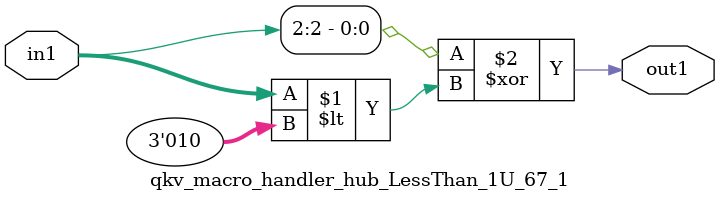
<source format=v>

`timescale 1ps / 1ps


module qkv_macro_handler_hub_LessThan_1U_67_1( in1, out1 );

    input [2:0] in1;
    output out1;

    
    // rtl_process:qkv_macro_handler_hub_LessThan_1U_68_1/qkv_macro_handler_hub_LessThan_1U_68_1_thread_1
    assign out1 = (in1[2] ^ in1 < 3'd2);

endmodule





</source>
